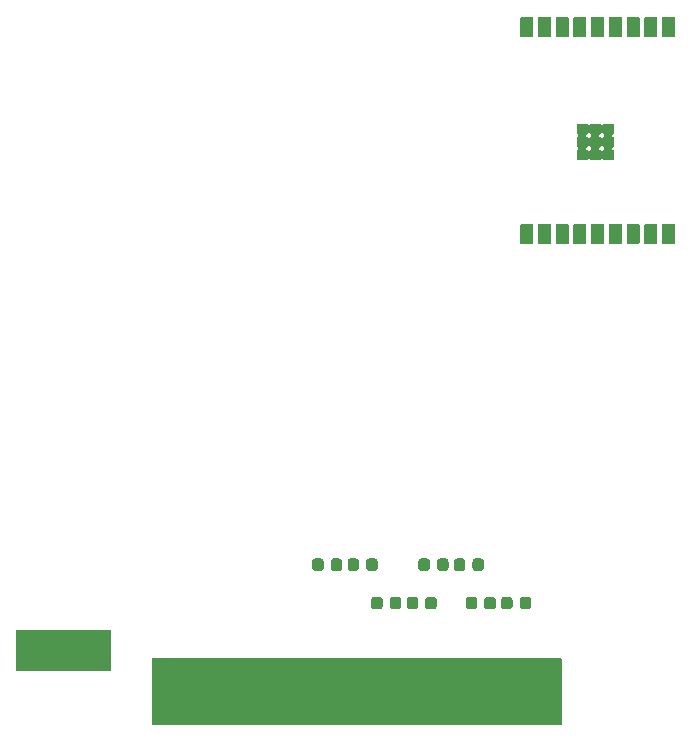
<source format=gbr>
G04 #@! TF.GenerationSoftware,KiCad,Pcbnew,8.0.4*
G04 #@! TF.CreationDate,2024-08-17T23:21:43-04:00*
G04 #@! TF.ProjectId,PCIexpress_x4_low,50434965-7870-4726-9573-735f78345f6c,rev?*
G04 #@! TF.SameCoordinates,Original*
G04 #@! TF.FileFunction,Soldermask,Top*
G04 #@! TF.FilePolarity,Negative*
%FSLAX46Y46*%
G04 Gerber Fmt 4.6, Leading zero omitted, Abs format (unit mm)*
G04 Created by KiCad (PCBNEW 8.0.4) date 2024-08-17 23:21:43*
%MOMM*%
%LPD*%
G01*
G04 APERTURE LIST*
G04 APERTURE END LIST*
G36*
X143899854Y-188528075D02*
G01*
X143916572Y-188531629D01*
X143921249Y-188535027D01*
X143936717Y-188540053D01*
X143946276Y-188553210D01*
X143950956Y-188556610D01*
X143959504Y-188571416D01*
X143974861Y-188592553D01*
X143980000Y-188625000D01*
X143980000Y-194125000D01*
X143971922Y-194149860D01*
X143968370Y-194166572D01*
X143964973Y-194171246D01*
X143959947Y-194186717D01*
X143946787Y-194196277D01*
X143943389Y-194200956D01*
X143928586Y-194209501D01*
X143907447Y-194224861D01*
X143875000Y-194230000D01*
X143865163Y-194230000D01*
X109388139Y-194230000D01*
X109375000Y-194230000D01*
X109350141Y-194221922D01*
X109333427Y-194218370D01*
X109328751Y-194214972D01*
X109313283Y-194209947D01*
X109303723Y-194196789D01*
X109299043Y-194193389D01*
X109290493Y-194178580D01*
X109275139Y-194157447D01*
X109270000Y-194125000D01*
X109270000Y-188625000D01*
X109278075Y-188600147D01*
X109281629Y-188583427D01*
X109285027Y-188578748D01*
X109290053Y-188563283D01*
X109303208Y-188553724D01*
X109306610Y-188549043D01*
X109321423Y-188540490D01*
X109342553Y-188525139D01*
X109375000Y-188520000D01*
X143875000Y-188520000D01*
X143899854Y-188528075D01*
G37*
G36*
X105824056Y-186125000D02*
G01*
X105825000Y-186125000D01*
X105825000Y-186125406D01*
X105827890Y-186128742D01*
X105830000Y-186138437D01*
X105830000Y-189607026D01*
X105825000Y-189624053D01*
X105825000Y-189625000D01*
X105824593Y-189625000D01*
X105821257Y-189627890D01*
X105811562Y-189630000D01*
X97842973Y-189630000D01*
X97825946Y-189625000D01*
X97825000Y-189625000D01*
X97825000Y-189624594D01*
X97822109Y-189621257D01*
X97820000Y-189611562D01*
X97820000Y-186142973D01*
X97825000Y-186125942D01*
X97825000Y-186125000D01*
X97825405Y-186125000D01*
X97828742Y-186122109D01*
X97838438Y-186120000D01*
X105807027Y-186120000D01*
X105824056Y-186125000D01*
G37*
G36*
X128594694Y-183356646D02*
G01*
X128639126Y-183363684D01*
X128644923Y-183366637D01*
X128659479Y-183369533D01*
X128687973Y-183388572D01*
X128713887Y-183401776D01*
X128726278Y-183414167D01*
X128746992Y-183428008D01*
X128760832Y-183448721D01*
X128773223Y-183461112D01*
X128786425Y-183487023D01*
X128805467Y-183515521D01*
X128808362Y-183530078D01*
X128811315Y-183535873D01*
X128818349Y-183580284D01*
X128826000Y-183618750D01*
X128826000Y-184131250D01*
X128818348Y-184169718D01*
X128811315Y-184214126D01*
X128808362Y-184219919D01*
X128805467Y-184234479D01*
X128786423Y-184262979D01*
X128773223Y-184288887D01*
X128760834Y-184301275D01*
X128746992Y-184321992D01*
X128726275Y-184335834D01*
X128713887Y-184348223D01*
X128687979Y-184361423D01*
X128659479Y-184380467D01*
X128644919Y-184383362D01*
X128639126Y-184386315D01*
X128594718Y-184393348D01*
X128556250Y-184401000D01*
X128118750Y-184401000D01*
X128080284Y-184393349D01*
X128035873Y-184386315D01*
X128030078Y-184383362D01*
X128015521Y-184380467D01*
X127987023Y-184361425D01*
X127961112Y-184348223D01*
X127948721Y-184335832D01*
X127928008Y-184321992D01*
X127914167Y-184301278D01*
X127901776Y-184288887D01*
X127888572Y-184262973D01*
X127869533Y-184234479D01*
X127866637Y-184219923D01*
X127863684Y-184214126D01*
X127856646Y-184169694D01*
X127849000Y-184131250D01*
X127849000Y-183618750D01*
X127856646Y-183580309D01*
X127863684Y-183535873D01*
X127866638Y-183530075D01*
X127869533Y-183515521D01*
X127888570Y-183487029D01*
X127901776Y-183461112D01*
X127914169Y-183448718D01*
X127928008Y-183428008D01*
X127948718Y-183414169D01*
X127961112Y-183401776D01*
X127987029Y-183388570D01*
X128015521Y-183369533D01*
X128030075Y-183366638D01*
X128035873Y-183363684D01*
X128080309Y-183356646D01*
X128118750Y-183349000D01*
X128556250Y-183349000D01*
X128594694Y-183356646D01*
G37*
G36*
X130169694Y-183356646D02*
G01*
X130214126Y-183363684D01*
X130219923Y-183366637D01*
X130234479Y-183369533D01*
X130262973Y-183388572D01*
X130288887Y-183401776D01*
X130301278Y-183414167D01*
X130321992Y-183428008D01*
X130335832Y-183448721D01*
X130348223Y-183461112D01*
X130361425Y-183487023D01*
X130380467Y-183515521D01*
X130383362Y-183530078D01*
X130386315Y-183535873D01*
X130393349Y-183580284D01*
X130401000Y-183618750D01*
X130401000Y-184131250D01*
X130393348Y-184169718D01*
X130386315Y-184214126D01*
X130383362Y-184219919D01*
X130380467Y-184234479D01*
X130361423Y-184262979D01*
X130348223Y-184288887D01*
X130335834Y-184301275D01*
X130321992Y-184321992D01*
X130301275Y-184335834D01*
X130288887Y-184348223D01*
X130262979Y-184361423D01*
X130234479Y-184380467D01*
X130219919Y-184383362D01*
X130214126Y-184386315D01*
X130169718Y-184393348D01*
X130131250Y-184401000D01*
X129693750Y-184401000D01*
X129655284Y-184393349D01*
X129610873Y-184386315D01*
X129605078Y-184383362D01*
X129590521Y-184380467D01*
X129562023Y-184361425D01*
X129536112Y-184348223D01*
X129523721Y-184335832D01*
X129503008Y-184321992D01*
X129489167Y-184301278D01*
X129476776Y-184288887D01*
X129463572Y-184262973D01*
X129444533Y-184234479D01*
X129441637Y-184219923D01*
X129438684Y-184214126D01*
X129431646Y-184169694D01*
X129424000Y-184131250D01*
X129424000Y-183618750D01*
X129431646Y-183580309D01*
X129438684Y-183535873D01*
X129441638Y-183530075D01*
X129444533Y-183515521D01*
X129463570Y-183487029D01*
X129476776Y-183461112D01*
X129489169Y-183448718D01*
X129503008Y-183428008D01*
X129523718Y-183414169D01*
X129536112Y-183401776D01*
X129562029Y-183388570D01*
X129590521Y-183369533D01*
X129605075Y-183366638D01*
X129610873Y-183363684D01*
X129655309Y-183356646D01*
X129693750Y-183349000D01*
X130131250Y-183349000D01*
X130169694Y-183356646D01*
G37*
G36*
X131594694Y-183356646D02*
G01*
X131639126Y-183363684D01*
X131644923Y-183366637D01*
X131659479Y-183369533D01*
X131687973Y-183388572D01*
X131713887Y-183401776D01*
X131726278Y-183414167D01*
X131746992Y-183428008D01*
X131760832Y-183448721D01*
X131773223Y-183461112D01*
X131786425Y-183487023D01*
X131805467Y-183515521D01*
X131808362Y-183530078D01*
X131811315Y-183535873D01*
X131818349Y-183580284D01*
X131826000Y-183618750D01*
X131826000Y-184131250D01*
X131818348Y-184169718D01*
X131811315Y-184214126D01*
X131808362Y-184219919D01*
X131805467Y-184234479D01*
X131786423Y-184262979D01*
X131773223Y-184288887D01*
X131760834Y-184301275D01*
X131746992Y-184321992D01*
X131726275Y-184335834D01*
X131713887Y-184348223D01*
X131687979Y-184361423D01*
X131659479Y-184380467D01*
X131644919Y-184383362D01*
X131639126Y-184386315D01*
X131594718Y-184393348D01*
X131556250Y-184401000D01*
X131118750Y-184401000D01*
X131080284Y-184393349D01*
X131035873Y-184386315D01*
X131030078Y-184383362D01*
X131015521Y-184380467D01*
X130987023Y-184361425D01*
X130961112Y-184348223D01*
X130948721Y-184335832D01*
X130928008Y-184321992D01*
X130914167Y-184301278D01*
X130901776Y-184288887D01*
X130888572Y-184262973D01*
X130869533Y-184234479D01*
X130866637Y-184219923D01*
X130863684Y-184214126D01*
X130856646Y-184169694D01*
X130849000Y-184131250D01*
X130849000Y-183618750D01*
X130856646Y-183580309D01*
X130863684Y-183535873D01*
X130866638Y-183530075D01*
X130869533Y-183515521D01*
X130888570Y-183487029D01*
X130901776Y-183461112D01*
X130914169Y-183448718D01*
X130928008Y-183428008D01*
X130948718Y-183414169D01*
X130961112Y-183401776D01*
X130987029Y-183388570D01*
X131015521Y-183369533D01*
X131030075Y-183366638D01*
X131035873Y-183363684D01*
X131080309Y-183356646D01*
X131118750Y-183349000D01*
X131556250Y-183349000D01*
X131594694Y-183356646D01*
G37*
G36*
X133169694Y-183356646D02*
G01*
X133214126Y-183363684D01*
X133219923Y-183366637D01*
X133234479Y-183369533D01*
X133262973Y-183388572D01*
X133288887Y-183401776D01*
X133301278Y-183414167D01*
X133321992Y-183428008D01*
X133335832Y-183448721D01*
X133348223Y-183461112D01*
X133361425Y-183487023D01*
X133380467Y-183515521D01*
X133383362Y-183530078D01*
X133386315Y-183535873D01*
X133393349Y-183580284D01*
X133401000Y-183618750D01*
X133401000Y-184131250D01*
X133393348Y-184169718D01*
X133386315Y-184214126D01*
X133383362Y-184219919D01*
X133380467Y-184234479D01*
X133361423Y-184262979D01*
X133348223Y-184288887D01*
X133335834Y-184301275D01*
X133321992Y-184321992D01*
X133301275Y-184335834D01*
X133288887Y-184348223D01*
X133262979Y-184361423D01*
X133234479Y-184380467D01*
X133219919Y-184383362D01*
X133214126Y-184386315D01*
X133169718Y-184393348D01*
X133131250Y-184401000D01*
X132693750Y-184401000D01*
X132655284Y-184393349D01*
X132610873Y-184386315D01*
X132605078Y-184383362D01*
X132590521Y-184380467D01*
X132562023Y-184361425D01*
X132536112Y-184348223D01*
X132523721Y-184335832D01*
X132503008Y-184321992D01*
X132489167Y-184301278D01*
X132476776Y-184288887D01*
X132463572Y-184262973D01*
X132444533Y-184234479D01*
X132441637Y-184219923D01*
X132438684Y-184214126D01*
X132431646Y-184169694D01*
X132424000Y-184131250D01*
X132424000Y-183618750D01*
X132431646Y-183580309D01*
X132438684Y-183535873D01*
X132441638Y-183530075D01*
X132444533Y-183515521D01*
X132463570Y-183487029D01*
X132476776Y-183461112D01*
X132489169Y-183448718D01*
X132503008Y-183428008D01*
X132523718Y-183414169D01*
X132536112Y-183401776D01*
X132562029Y-183388570D01*
X132590521Y-183369533D01*
X132605075Y-183366638D01*
X132610873Y-183363684D01*
X132655309Y-183356646D01*
X132693750Y-183349000D01*
X133131250Y-183349000D01*
X133169694Y-183356646D01*
G37*
G36*
X136594694Y-183356646D02*
G01*
X136639126Y-183363684D01*
X136644923Y-183366637D01*
X136659479Y-183369533D01*
X136687973Y-183388572D01*
X136713887Y-183401776D01*
X136726278Y-183414167D01*
X136746992Y-183428008D01*
X136760832Y-183448721D01*
X136773223Y-183461112D01*
X136786425Y-183487023D01*
X136805467Y-183515521D01*
X136808362Y-183530078D01*
X136811315Y-183535873D01*
X136818349Y-183580284D01*
X136826000Y-183618750D01*
X136826000Y-184131250D01*
X136818348Y-184169718D01*
X136811315Y-184214126D01*
X136808362Y-184219919D01*
X136805467Y-184234479D01*
X136786423Y-184262979D01*
X136773223Y-184288887D01*
X136760834Y-184301275D01*
X136746992Y-184321992D01*
X136726275Y-184335834D01*
X136713887Y-184348223D01*
X136687979Y-184361423D01*
X136659479Y-184380467D01*
X136644919Y-184383362D01*
X136639126Y-184386315D01*
X136594718Y-184393348D01*
X136556250Y-184401000D01*
X136118750Y-184401000D01*
X136080284Y-184393349D01*
X136035873Y-184386315D01*
X136030078Y-184383362D01*
X136015521Y-184380467D01*
X135987023Y-184361425D01*
X135961112Y-184348223D01*
X135948721Y-184335832D01*
X135928008Y-184321992D01*
X135914167Y-184301278D01*
X135901776Y-184288887D01*
X135888572Y-184262973D01*
X135869533Y-184234479D01*
X135866637Y-184219923D01*
X135863684Y-184214126D01*
X135856646Y-184169694D01*
X135849000Y-184131250D01*
X135849000Y-183618750D01*
X135856646Y-183580309D01*
X135863684Y-183535873D01*
X135866638Y-183530075D01*
X135869533Y-183515521D01*
X135888570Y-183487029D01*
X135901776Y-183461112D01*
X135914169Y-183448718D01*
X135928008Y-183428008D01*
X135948718Y-183414169D01*
X135961112Y-183401776D01*
X135987029Y-183388570D01*
X136015521Y-183369533D01*
X136030075Y-183366638D01*
X136035873Y-183363684D01*
X136080309Y-183356646D01*
X136118750Y-183349000D01*
X136556250Y-183349000D01*
X136594694Y-183356646D01*
G37*
G36*
X138169694Y-183356646D02*
G01*
X138214126Y-183363684D01*
X138219923Y-183366637D01*
X138234479Y-183369533D01*
X138262973Y-183388572D01*
X138288887Y-183401776D01*
X138301278Y-183414167D01*
X138321992Y-183428008D01*
X138335832Y-183448721D01*
X138348223Y-183461112D01*
X138361425Y-183487023D01*
X138380467Y-183515521D01*
X138383362Y-183530078D01*
X138386315Y-183535873D01*
X138393349Y-183580284D01*
X138401000Y-183618750D01*
X138401000Y-184131250D01*
X138393348Y-184169718D01*
X138386315Y-184214126D01*
X138383362Y-184219919D01*
X138380467Y-184234479D01*
X138361423Y-184262979D01*
X138348223Y-184288887D01*
X138335834Y-184301275D01*
X138321992Y-184321992D01*
X138301275Y-184335834D01*
X138288887Y-184348223D01*
X138262979Y-184361423D01*
X138234479Y-184380467D01*
X138219919Y-184383362D01*
X138214126Y-184386315D01*
X138169718Y-184393348D01*
X138131250Y-184401000D01*
X137693750Y-184401000D01*
X137655284Y-184393349D01*
X137610873Y-184386315D01*
X137605078Y-184383362D01*
X137590521Y-184380467D01*
X137562023Y-184361425D01*
X137536112Y-184348223D01*
X137523721Y-184335832D01*
X137503008Y-184321992D01*
X137489167Y-184301278D01*
X137476776Y-184288887D01*
X137463572Y-184262973D01*
X137444533Y-184234479D01*
X137441637Y-184219923D01*
X137438684Y-184214126D01*
X137431646Y-184169694D01*
X137424000Y-184131250D01*
X137424000Y-183618750D01*
X137431646Y-183580309D01*
X137438684Y-183535873D01*
X137441638Y-183530075D01*
X137444533Y-183515521D01*
X137463570Y-183487029D01*
X137476776Y-183461112D01*
X137489169Y-183448718D01*
X137503008Y-183428008D01*
X137523718Y-183414169D01*
X137536112Y-183401776D01*
X137562029Y-183388570D01*
X137590521Y-183369533D01*
X137605075Y-183366638D01*
X137610873Y-183363684D01*
X137655309Y-183356646D01*
X137693750Y-183349000D01*
X138131250Y-183349000D01*
X138169694Y-183356646D01*
G37*
G36*
X139594694Y-183356646D02*
G01*
X139639126Y-183363684D01*
X139644923Y-183366637D01*
X139659479Y-183369533D01*
X139687973Y-183388572D01*
X139713887Y-183401776D01*
X139726278Y-183414167D01*
X139746992Y-183428008D01*
X139760832Y-183448721D01*
X139773223Y-183461112D01*
X139786425Y-183487023D01*
X139805467Y-183515521D01*
X139808362Y-183530078D01*
X139811315Y-183535873D01*
X139818349Y-183580284D01*
X139826000Y-183618750D01*
X139826000Y-184131250D01*
X139818348Y-184169718D01*
X139811315Y-184214126D01*
X139808362Y-184219919D01*
X139805467Y-184234479D01*
X139786423Y-184262979D01*
X139773223Y-184288887D01*
X139760834Y-184301275D01*
X139746992Y-184321992D01*
X139726275Y-184335834D01*
X139713887Y-184348223D01*
X139687979Y-184361423D01*
X139659479Y-184380467D01*
X139644919Y-184383362D01*
X139639126Y-184386315D01*
X139594718Y-184393348D01*
X139556250Y-184401000D01*
X139118750Y-184401000D01*
X139080284Y-184393349D01*
X139035873Y-184386315D01*
X139030078Y-184383362D01*
X139015521Y-184380467D01*
X138987023Y-184361425D01*
X138961112Y-184348223D01*
X138948721Y-184335832D01*
X138928008Y-184321992D01*
X138914167Y-184301278D01*
X138901776Y-184288887D01*
X138888572Y-184262973D01*
X138869533Y-184234479D01*
X138866637Y-184219923D01*
X138863684Y-184214126D01*
X138856646Y-184169694D01*
X138849000Y-184131250D01*
X138849000Y-183618750D01*
X138856646Y-183580309D01*
X138863684Y-183535873D01*
X138866638Y-183530075D01*
X138869533Y-183515521D01*
X138888570Y-183487029D01*
X138901776Y-183461112D01*
X138914169Y-183448718D01*
X138928008Y-183428008D01*
X138948718Y-183414169D01*
X138961112Y-183401776D01*
X138987029Y-183388570D01*
X139015521Y-183369533D01*
X139030075Y-183366638D01*
X139035873Y-183363684D01*
X139080309Y-183356646D01*
X139118750Y-183349000D01*
X139556250Y-183349000D01*
X139594694Y-183356646D01*
G37*
G36*
X141169694Y-183356646D02*
G01*
X141214126Y-183363684D01*
X141219923Y-183366637D01*
X141234479Y-183369533D01*
X141262973Y-183388572D01*
X141288887Y-183401776D01*
X141301278Y-183414167D01*
X141321992Y-183428008D01*
X141335832Y-183448721D01*
X141348223Y-183461112D01*
X141361425Y-183487023D01*
X141380467Y-183515521D01*
X141383362Y-183530078D01*
X141386315Y-183535873D01*
X141393349Y-183580284D01*
X141401000Y-183618750D01*
X141401000Y-184131250D01*
X141393348Y-184169718D01*
X141386315Y-184214126D01*
X141383362Y-184219919D01*
X141380467Y-184234479D01*
X141361423Y-184262979D01*
X141348223Y-184288887D01*
X141335834Y-184301275D01*
X141321992Y-184321992D01*
X141301275Y-184335834D01*
X141288887Y-184348223D01*
X141262979Y-184361423D01*
X141234479Y-184380467D01*
X141219919Y-184383362D01*
X141214126Y-184386315D01*
X141169718Y-184393348D01*
X141131250Y-184401000D01*
X140693750Y-184401000D01*
X140655284Y-184393349D01*
X140610873Y-184386315D01*
X140605078Y-184383362D01*
X140590521Y-184380467D01*
X140562023Y-184361425D01*
X140536112Y-184348223D01*
X140523721Y-184335832D01*
X140503008Y-184321992D01*
X140489167Y-184301278D01*
X140476776Y-184288887D01*
X140463572Y-184262973D01*
X140444533Y-184234479D01*
X140441637Y-184219923D01*
X140438684Y-184214126D01*
X140431646Y-184169694D01*
X140424000Y-184131250D01*
X140424000Y-183618750D01*
X140431646Y-183580309D01*
X140438684Y-183535873D01*
X140441638Y-183530075D01*
X140444533Y-183515521D01*
X140463570Y-183487029D01*
X140476776Y-183461112D01*
X140489169Y-183448718D01*
X140503008Y-183428008D01*
X140523718Y-183414169D01*
X140536112Y-183401776D01*
X140562029Y-183388570D01*
X140590521Y-183369533D01*
X140605075Y-183366638D01*
X140610873Y-183363684D01*
X140655309Y-183356646D01*
X140693750Y-183349000D01*
X141131250Y-183349000D01*
X141169694Y-183356646D01*
G37*
G36*
X123594694Y-180106646D02*
G01*
X123639126Y-180113684D01*
X123644923Y-180116637D01*
X123659479Y-180119533D01*
X123687973Y-180138572D01*
X123713887Y-180151776D01*
X123726278Y-180164167D01*
X123746992Y-180178008D01*
X123760832Y-180198721D01*
X123773223Y-180211112D01*
X123786425Y-180237023D01*
X123805467Y-180265521D01*
X123808362Y-180280078D01*
X123811315Y-180285873D01*
X123818349Y-180330284D01*
X123826000Y-180368750D01*
X123826000Y-180881250D01*
X123818348Y-180919718D01*
X123811315Y-180964126D01*
X123808362Y-180969919D01*
X123805467Y-180984479D01*
X123786423Y-181012979D01*
X123773223Y-181038887D01*
X123760834Y-181051275D01*
X123746992Y-181071992D01*
X123726275Y-181085834D01*
X123713887Y-181098223D01*
X123687979Y-181111423D01*
X123659479Y-181130467D01*
X123644919Y-181133362D01*
X123639126Y-181136315D01*
X123594718Y-181143348D01*
X123556250Y-181151000D01*
X123118750Y-181151000D01*
X123080284Y-181143349D01*
X123035873Y-181136315D01*
X123030078Y-181133362D01*
X123015521Y-181130467D01*
X122987023Y-181111425D01*
X122961112Y-181098223D01*
X122948721Y-181085832D01*
X122928008Y-181071992D01*
X122914167Y-181051278D01*
X122901776Y-181038887D01*
X122888572Y-181012973D01*
X122869533Y-180984479D01*
X122866637Y-180969923D01*
X122863684Y-180964126D01*
X122856646Y-180919694D01*
X122849000Y-180881250D01*
X122849000Y-180368750D01*
X122856646Y-180330309D01*
X122863684Y-180285873D01*
X122866638Y-180280075D01*
X122869533Y-180265521D01*
X122888570Y-180237029D01*
X122901776Y-180211112D01*
X122914169Y-180198718D01*
X122928008Y-180178008D01*
X122948718Y-180164169D01*
X122961112Y-180151776D01*
X122987029Y-180138570D01*
X123015521Y-180119533D01*
X123030075Y-180116638D01*
X123035873Y-180113684D01*
X123080309Y-180106646D01*
X123118750Y-180099000D01*
X123556250Y-180099000D01*
X123594694Y-180106646D01*
G37*
G36*
X125169694Y-180106646D02*
G01*
X125214126Y-180113684D01*
X125219923Y-180116637D01*
X125234479Y-180119533D01*
X125262973Y-180138572D01*
X125288887Y-180151776D01*
X125301278Y-180164167D01*
X125321992Y-180178008D01*
X125335832Y-180198721D01*
X125348223Y-180211112D01*
X125361425Y-180237023D01*
X125380467Y-180265521D01*
X125383362Y-180280078D01*
X125386315Y-180285873D01*
X125393349Y-180330284D01*
X125401000Y-180368750D01*
X125401000Y-180881250D01*
X125393348Y-180919718D01*
X125386315Y-180964126D01*
X125383362Y-180969919D01*
X125380467Y-180984479D01*
X125361423Y-181012979D01*
X125348223Y-181038887D01*
X125335834Y-181051275D01*
X125321992Y-181071992D01*
X125301275Y-181085834D01*
X125288887Y-181098223D01*
X125262979Y-181111423D01*
X125234479Y-181130467D01*
X125219919Y-181133362D01*
X125214126Y-181136315D01*
X125169718Y-181143348D01*
X125131250Y-181151000D01*
X124693750Y-181151000D01*
X124655284Y-181143349D01*
X124610873Y-181136315D01*
X124605078Y-181133362D01*
X124590521Y-181130467D01*
X124562023Y-181111425D01*
X124536112Y-181098223D01*
X124523721Y-181085832D01*
X124503008Y-181071992D01*
X124489167Y-181051278D01*
X124476776Y-181038887D01*
X124463572Y-181012973D01*
X124444533Y-180984479D01*
X124441637Y-180969923D01*
X124438684Y-180964126D01*
X124431646Y-180919694D01*
X124424000Y-180881250D01*
X124424000Y-180368750D01*
X124431646Y-180330309D01*
X124438684Y-180285873D01*
X124441638Y-180280075D01*
X124444533Y-180265521D01*
X124463570Y-180237029D01*
X124476776Y-180211112D01*
X124489169Y-180198718D01*
X124503008Y-180178008D01*
X124523718Y-180164169D01*
X124536112Y-180151776D01*
X124562029Y-180138570D01*
X124590521Y-180119533D01*
X124605075Y-180116638D01*
X124610873Y-180113684D01*
X124655309Y-180106646D01*
X124693750Y-180099000D01*
X125131250Y-180099000D01*
X125169694Y-180106646D01*
G37*
G36*
X126594694Y-180106646D02*
G01*
X126639126Y-180113684D01*
X126644923Y-180116637D01*
X126659479Y-180119533D01*
X126687973Y-180138572D01*
X126713887Y-180151776D01*
X126726278Y-180164167D01*
X126746992Y-180178008D01*
X126760832Y-180198721D01*
X126773223Y-180211112D01*
X126786425Y-180237023D01*
X126805467Y-180265521D01*
X126808362Y-180280078D01*
X126811315Y-180285873D01*
X126818349Y-180330284D01*
X126826000Y-180368750D01*
X126826000Y-180881250D01*
X126818348Y-180919718D01*
X126811315Y-180964126D01*
X126808362Y-180969919D01*
X126805467Y-180984479D01*
X126786423Y-181012979D01*
X126773223Y-181038887D01*
X126760834Y-181051275D01*
X126746992Y-181071992D01*
X126726275Y-181085834D01*
X126713887Y-181098223D01*
X126687979Y-181111423D01*
X126659479Y-181130467D01*
X126644919Y-181133362D01*
X126639126Y-181136315D01*
X126594718Y-181143348D01*
X126556250Y-181151000D01*
X126118750Y-181151000D01*
X126080284Y-181143349D01*
X126035873Y-181136315D01*
X126030078Y-181133362D01*
X126015521Y-181130467D01*
X125987023Y-181111425D01*
X125961112Y-181098223D01*
X125948721Y-181085832D01*
X125928008Y-181071992D01*
X125914167Y-181051278D01*
X125901776Y-181038887D01*
X125888572Y-181012973D01*
X125869533Y-180984479D01*
X125866637Y-180969923D01*
X125863684Y-180964126D01*
X125856646Y-180919694D01*
X125849000Y-180881250D01*
X125849000Y-180368750D01*
X125856646Y-180330309D01*
X125863684Y-180285873D01*
X125866638Y-180280075D01*
X125869533Y-180265521D01*
X125888570Y-180237029D01*
X125901776Y-180211112D01*
X125914169Y-180198718D01*
X125928008Y-180178008D01*
X125948718Y-180164169D01*
X125961112Y-180151776D01*
X125987029Y-180138570D01*
X126015521Y-180119533D01*
X126030075Y-180116638D01*
X126035873Y-180113684D01*
X126080309Y-180106646D01*
X126118750Y-180099000D01*
X126556250Y-180099000D01*
X126594694Y-180106646D01*
G37*
G36*
X128169694Y-180106646D02*
G01*
X128214126Y-180113684D01*
X128219923Y-180116637D01*
X128234479Y-180119533D01*
X128262973Y-180138572D01*
X128288887Y-180151776D01*
X128301278Y-180164167D01*
X128321992Y-180178008D01*
X128335832Y-180198721D01*
X128348223Y-180211112D01*
X128361425Y-180237023D01*
X128380467Y-180265521D01*
X128383362Y-180280078D01*
X128386315Y-180285873D01*
X128393349Y-180330284D01*
X128401000Y-180368750D01*
X128401000Y-180881250D01*
X128393348Y-180919718D01*
X128386315Y-180964126D01*
X128383362Y-180969919D01*
X128380467Y-180984479D01*
X128361423Y-181012979D01*
X128348223Y-181038887D01*
X128335834Y-181051275D01*
X128321992Y-181071992D01*
X128301275Y-181085834D01*
X128288887Y-181098223D01*
X128262979Y-181111423D01*
X128234479Y-181130467D01*
X128219919Y-181133362D01*
X128214126Y-181136315D01*
X128169718Y-181143348D01*
X128131250Y-181151000D01*
X127693750Y-181151000D01*
X127655284Y-181143349D01*
X127610873Y-181136315D01*
X127605078Y-181133362D01*
X127590521Y-181130467D01*
X127562023Y-181111425D01*
X127536112Y-181098223D01*
X127523721Y-181085832D01*
X127503008Y-181071992D01*
X127489167Y-181051278D01*
X127476776Y-181038887D01*
X127463572Y-181012973D01*
X127444533Y-180984479D01*
X127441637Y-180969923D01*
X127438684Y-180964126D01*
X127431646Y-180919694D01*
X127424000Y-180881250D01*
X127424000Y-180368750D01*
X127431646Y-180330309D01*
X127438684Y-180285873D01*
X127441638Y-180280075D01*
X127444533Y-180265521D01*
X127463570Y-180237029D01*
X127476776Y-180211112D01*
X127489169Y-180198718D01*
X127503008Y-180178008D01*
X127523718Y-180164169D01*
X127536112Y-180151776D01*
X127562029Y-180138570D01*
X127590521Y-180119533D01*
X127605075Y-180116638D01*
X127610873Y-180113684D01*
X127655309Y-180106646D01*
X127693750Y-180099000D01*
X128131250Y-180099000D01*
X128169694Y-180106646D01*
G37*
G36*
X132594694Y-180106646D02*
G01*
X132639126Y-180113684D01*
X132644923Y-180116637D01*
X132659479Y-180119533D01*
X132687973Y-180138572D01*
X132713887Y-180151776D01*
X132726278Y-180164167D01*
X132746992Y-180178008D01*
X132760832Y-180198721D01*
X132773223Y-180211112D01*
X132786425Y-180237023D01*
X132805467Y-180265521D01*
X132808362Y-180280078D01*
X132811315Y-180285873D01*
X132818349Y-180330284D01*
X132826000Y-180368750D01*
X132826000Y-180881250D01*
X132818348Y-180919718D01*
X132811315Y-180964126D01*
X132808362Y-180969919D01*
X132805467Y-180984479D01*
X132786423Y-181012979D01*
X132773223Y-181038887D01*
X132760834Y-181051275D01*
X132746992Y-181071992D01*
X132726275Y-181085834D01*
X132713887Y-181098223D01*
X132687979Y-181111423D01*
X132659479Y-181130467D01*
X132644919Y-181133362D01*
X132639126Y-181136315D01*
X132594718Y-181143348D01*
X132556250Y-181151000D01*
X132118750Y-181151000D01*
X132080284Y-181143349D01*
X132035873Y-181136315D01*
X132030078Y-181133362D01*
X132015521Y-181130467D01*
X131987023Y-181111425D01*
X131961112Y-181098223D01*
X131948721Y-181085832D01*
X131928008Y-181071992D01*
X131914167Y-181051278D01*
X131901776Y-181038887D01*
X131888572Y-181012973D01*
X131869533Y-180984479D01*
X131866637Y-180969923D01*
X131863684Y-180964126D01*
X131856646Y-180919694D01*
X131849000Y-180881250D01*
X131849000Y-180368750D01*
X131856646Y-180330309D01*
X131863684Y-180285873D01*
X131866638Y-180280075D01*
X131869533Y-180265521D01*
X131888570Y-180237029D01*
X131901776Y-180211112D01*
X131914169Y-180198718D01*
X131928008Y-180178008D01*
X131948718Y-180164169D01*
X131961112Y-180151776D01*
X131987029Y-180138570D01*
X132015521Y-180119533D01*
X132030075Y-180116638D01*
X132035873Y-180113684D01*
X132080309Y-180106646D01*
X132118750Y-180099000D01*
X132556250Y-180099000D01*
X132594694Y-180106646D01*
G37*
G36*
X134169694Y-180106646D02*
G01*
X134214126Y-180113684D01*
X134219923Y-180116637D01*
X134234479Y-180119533D01*
X134262973Y-180138572D01*
X134288887Y-180151776D01*
X134301278Y-180164167D01*
X134321992Y-180178008D01*
X134335832Y-180198721D01*
X134348223Y-180211112D01*
X134361425Y-180237023D01*
X134380467Y-180265521D01*
X134383362Y-180280078D01*
X134386315Y-180285873D01*
X134393349Y-180330284D01*
X134401000Y-180368750D01*
X134401000Y-180881250D01*
X134393348Y-180919718D01*
X134386315Y-180964126D01*
X134383362Y-180969919D01*
X134380467Y-180984479D01*
X134361423Y-181012979D01*
X134348223Y-181038887D01*
X134335834Y-181051275D01*
X134321992Y-181071992D01*
X134301275Y-181085834D01*
X134288887Y-181098223D01*
X134262979Y-181111423D01*
X134234479Y-181130467D01*
X134219919Y-181133362D01*
X134214126Y-181136315D01*
X134169718Y-181143348D01*
X134131250Y-181151000D01*
X133693750Y-181151000D01*
X133655284Y-181143349D01*
X133610873Y-181136315D01*
X133605078Y-181133362D01*
X133590521Y-181130467D01*
X133562023Y-181111425D01*
X133536112Y-181098223D01*
X133523721Y-181085832D01*
X133503008Y-181071992D01*
X133489167Y-181051278D01*
X133476776Y-181038887D01*
X133463572Y-181012973D01*
X133444533Y-180984479D01*
X133441637Y-180969923D01*
X133438684Y-180964126D01*
X133431646Y-180919694D01*
X133424000Y-180881250D01*
X133424000Y-180368750D01*
X133431646Y-180330309D01*
X133438684Y-180285873D01*
X133441638Y-180280075D01*
X133444533Y-180265521D01*
X133463570Y-180237029D01*
X133476776Y-180211112D01*
X133489169Y-180198718D01*
X133503008Y-180178008D01*
X133523718Y-180164169D01*
X133536112Y-180151776D01*
X133562029Y-180138570D01*
X133590521Y-180119533D01*
X133605075Y-180116638D01*
X133610873Y-180113684D01*
X133655309Y-180106646D01*
X133693750Y-180099000D01*
X134131250Y-180099000D01*
X134169694Y-180106646D01*
G37*
G36*
X135594694Y-180106646D02*
G01*
X135639126Y-180113684D01*
X135644923Y-180116637D01*
X135659479Y-180119533D01*
X135687973Y-180138572D01*
X135713887Y-180151776D01*
X135726278Y-180164167D01*
X135746992Y-180178008D01*
X135760832Y-180198721D01*
X135773223Y-180211112D01*
X135786425Y-180237023D01*
X135805467Y-180265521D01*
X135808362Y-180280078D01*
X135811315Y-180285873D01*
X135818349Y-180330284D01*
X135826000Y-180368750D01*
X135826000Y-180881250D01*
X135818348Y-180919718D01*
X135811315Y-180964126D01*
X135808362Y-180969919D01*
X135805467Y-180984479D01*
X135786423Y-181012979D01*
X135773223Y-181038887D01*
X135760834Y-181051275D01*
X135746992Y-181071992D01*
X135726275Y-181085834D01*
X135713887Y-181098223D01*
X135687979Y-181111423D01*
X135659479Y-181130467D01*
X135644919Y-181133362D01*
X135639126Y-181136315D01*
X135594718Y-181143348D01*
X135556250Y-181151000D01*
X135118750Y-181151000D01*
X135080284Y-181143349D01*
X135035873Y-181136315D01*
X135030078Y-181133362D01*
X135015521Y-181130467D01*
X134987023Y-181111425D01*
X134961112Y-181098223D01*
X134948721Y-181085832D01*
X134928008Y-181071992D01*
X134914167Y-181051278D01*
X134901776Y-181038887D01*
X134888572Y-181012973D01*
X134869533Y-180984479D01*
X134866637Y-180969923D01*
X134863684Y-180964126D01*
X134856646Y-180919694D01*
X134849000Y-180881250D01*
X134849000Y-180368750D01*
X134856646Y-180330309D01*
X134863684Y-180285873D01*
X134866638Y-180280075D01*
X134869533Y-180265521D01*
X134888570Y-180237029D01*
X134901776Y-180211112D01*
X134914169Y-180198718D01*
X134928008Y-180178008D01*
X134948718Y-180164169D01*
X134961112Y-180151776D01*
X134987029Y-180138570D01*
X135015521Y-180119533D01*
X135030075Y-180116638D01*
X135035873Y-180113684D01*
X135080309Y-180106646D01*
X135118750Y-180099000D01*
X135556250Y-180099000D01*
X135594694Y-180106646D01*
G37*
G36*
X137169694Y-180106646D02*
G01*
X137214126Y-180113684D01*
X137219923Y-180116637D01*
X137234479Y-180119533D01*
X137262973Y-180138572D01*
X137288887Y-180151776D01*
X137301278Y-180164167D01*
X137321992Y-180178008D01*
X137335832Y-180198721D01*
X137348223Y-180211112D01*
X137361425Y-180237023D01*
X137380467Y-180265521D01*
X137383362Y-180280078D01*
X137386315Y-180285873D01*
X137393349Y-180330284D01*
X137401000Y-180368750D01*
X137401000Y-180881250D01*
X137393348Y-180919718D01*
X137386315Y-180964126D01*
X137383362Y-180969919D01*
X137380467Y-180984479D01*
X137361423Y-181012979D01*
X137348223Y-181038887D01*
X137335834Y-181051275D01*
X137321992Y-181071992D01*
X137301275Y-181085834D01*
X137288887Y-181098223D01*
X137262979Y-181111423D01*
X137234479Y-181130467D01*
X137219919Y-181133362D01*
X137214126Y-181136315D01*
X137169718Y-181143348D01*
X137131250Y-181151000D01*
X136693750Y-181151000D01*
X136655284Y-181143349D01*
X136610873Y-181136315D01*
X136605078Y-181133362D01*
X136590521Y-181130467D01*
X136562023Y-181111425D01*
X136536112Y-181098223D01*
X136523721Y-181085832D01*
X136503008Y-181071992D01*
X136489167Y-181051278D01*
X136476776Y-181038887D01*
X136463572Y-181012973D01*
X136444533Y-180984479D01*
X136441637Y-180969923D01*
X136438684Y-180964126D01*
X136431646Y-180919694D01*
X136424000Y-180881250D01*
X136424000Y-180368750D01*
X136431646Y-180330309D01*
X136438684Y-180285873D01*
X136441638Y-180280075D01*
X136444533Y-180265521D01*
X136463570Y-180237029D01*
X136476776Y-180211112D01*
X136489169Y-180198718D01*
X136503008Y-180178008D01*
X136523718Y-180164169D01*
X136536112Y-180151776D01*
X136562029Y-180138570D01*
X136590521Y-180119533D01*
X136605075Y-180116638D01*
X136610873Y-180113684D01*
X136655309Y-180106646D01*
X136693750Y-180099000D01*
X137131250Y-180099000D01*
X137169694Y-180106646D01*
G37*
G36*
X141514034Y-151780764D02*
G01*
X141547125Y-151802875D01*
X141569236Y-151835966D01*
X141577000Y-151875000D01*
X141577000Y-153375000D01*
X141569236Y-153414034D01*
X141547125Y-153447125D01*
X141514034Y-153469236D01*
X141475000Y-153477000D01*
X140575000Y-153477000D01*
X140535966Y-153469236D01*
X140502875Y-153447125D01*
X140480764Y-153414034D01*
X140473000Y-153375000D01*
X140473000Y-151875000D01*
X140480764Y-151835966D01*
X140502875Y-151802875D01*
X140535966Y-151780764D01*
X140575000Y-151773000D01*
X141475000Y-151773000D01*
X141514034Y-151780764D01*
G37*
G36*
X143014034Y-151780764D02*
G01*
X143047125Y-151802875D01*
X143069236Y-151835966D01*
X143077000Y-151875000D01*
X143077000Y-153375000D01*
X143069236Y-153414034D01*
X143047125Y-153447125D01*
X143014034Y-153469236D01*
X142975000Y-153477000D01*
X142075000Y-153477000D01*
X142035966Y-153469236D01*
X142002875Y-153447125D01*
X141980764Y-153414034D01*
X141973000Y-153375000D01*
X141973000Y-151875000D01*
X141980764Y-151835966D01*
X142002875Y-151802875D01*
X142035966Y-151780764D01*
X142075000Y-151773000D01*
X142975000Y-151773000D01*
X143014034Y-151780764D01*
G37*
G36*
X144514034Y-151780764D02*
G01*
X144547125Y-151802875D01*
X144569236Y-151835966D01*
X144577000Y-151875000D01*
X144577000Y-153375000D01*
X144569236Y-153414034D01*
X144547125Y-153447125D01*
X144514034Y-153469236D01*
X144475000Y-153477000D01*
X143575000Y-153477000D01*
X143535966Y-153469236D01*
X143502875Y-153447125D01*
X143480764Y-153414034D01*
X143473000Y-153375000D01*
X143473000Y-151875000D01*
X143480764Y-151835966D01*
X143502875Y-151802875D01*
X143535966Y-151780764D01*
X143575000Y-151773000D01*
X144475000Y-151773000D01*
X144514034Y-151780764D01*
G37*
G36*
X146014034Y-151780764D02*
G01*
X146047125Y-151802875D01*
X146069236Y-151835966D01*
X146077000Y-151875000D01*
X146077000Y-153375000D01*
X146069236Y-153414034D01*
X146047125Y-153447125D01*
X146014034Y-153469236D01*
X145975000Y-153477000D01*
X145075000Y-153477000D01*
X145035966Y-153469236D01*
X145002875Y-153447125D01*
X144980764Y-153414034D01*
X144973000Y-153375000D01*
X144973000Y-151875000D01*
X144980764Y-151835966D01*
X145002875Y-151802875D01*
X145035966Y-151780764D01*
X145075000Y-151773000D01*
X145975000Y-151773000D01*
X146014034Y-151780764D01*
G37*
G36*
X147514034Y-151780764D02*
G01*
X147547125Y-151802875D01*
X147569236Y-151835966D01*
X147577000Y-151875000D01*
X147577000Y-153375000D01*
X147569236Y-153414034D01*
X147547125Y-153447125D01*
X147514034Y-153469236D01*
X147475000Y-153477000D01*
X146575000Y-153477000D01*
X146535966Y-153469236D01*
X146502875Y-153447125D01*
X146480764Y-153414034D01*
X146473000Y-153375000D01*
X146473000Y-151875000D01*
X146480764Y-151835966D01*
X146502875Y-151802875D01*
X146535966Y-151780764D01*
X146575000Y-151773000D01*
X147475000Y-151773000D01*
X147514034Y-151780764D01*
G37*
G36*
X149014034Y-151780764D02*
G01*
X149047125Y-151802875D01*
X149069236Y-151835966D01*
X149077000Y-151875000D01*
X149077000Y-153375000D01*
X149069236Y-153414034D01*
X149047125Y-153447125D01*
X149014034Y-153469236D01*
X148975000Y-153477000D01*
X148075000Y-153477000D01*
X148035966Y-153469236D01*
X148002875Y-153447125D01*
X147980764Y-153414034D01*
X147973000Y-153375000D01*
X147973000Y-151875000D01*
X147980764Y-151835966D01*
X148002875Y-151802875D01*
X148035966Y-151780764D01*
X148075000Y-151773000D01*
X148975000Y-151773000D01*
X149014034Y-151780764D01*
G37*
G36*
X150514034Y-151780764D02*
G01*
X150547125Y-151802875D01*
X150569236Y-151835966D01*
X150577000Y-151875000D01*
X150577000Y-153375000D01*
X150569236Y-153414034D01*
X150547125Y-153447125D01*
X150514034Y-153469236D01*
X150475000Y-153477000D01*
X149575000Y-153477000D01*
X149535966Y-153469236D01*
X149502875Y-153447125D01*
X149480764Y-153414034D01*
X149473000Y-153375000D01*
X149473000Y-151875000D01*
X149480764Y-151835966D01*
X149502875Y-151802875D01*
X149535966Y-151780764D01*
X149575000Y-151773000D01*
X150475000Y-151773000D01*
X150514034Y-151780764D01*
G37*
G36*
X152014034Y-151780764D02*
G01*
X152047125Y-151802875D01*
X152069236Y-151835966D01*
X152077000Y-151875000D01*
X152077000Y-153375000D01*
X152069236Y-153414034D01*
X152047125Y-153447125D01*
X152014034Y-153469236D01*
X151975000Y-153477000D01*
X151075000Y-153477000D01*
X151035966Y-153469236D01*
X151002875Y-153447125D01*
X150980764Y-153414034D01*
X150973000Y-153375000D01*
X150973000Y-151875000D01*
X150980764Y-151835966D01*
X151002875Y-151802875D01*
X151035966Y-151780764D01*
X151075000Y-151773000D01*
X151975000Y-151773000D01*
X152014034Y-151780764D01*
G37*
G36*
X153514034Y-151780764D02*
G01*
X153547125Y-151802875D01*
X153569236Y-151835966D01*
X153577000Y-151875000D01*
X153577000Y-153375000D01*
X153569236Y-153414034D01*
X153547125Y-153447125D01*
X153514034Y-153469236D01*
X153475000Y-153477000D01*
X152575000Y-153477000D01*
X152535966Y-153469236D01*
X152502875Y-153447125D01*
X152480764Y-153414034D01*
X152473000Y-153375000D01*
X152473000Y-151875000D01*
X152480764Y-151835966D01*
X152502875Y-151802875D01*
X152535966Y-151780764D01*
X152575000Y-151773000D01*
X153475000Y-151773000D01*
X153514034Y-151780764D01*
G37*
G36*
X146114034Y-143290764D02*
G01*
X146147125Y-143312875D01*
X146169236Y-143345966D01*
X146170460Y-143352120D01*
X146208187Y-143408582D01*
X146341813Y-143408582D01*
X146379540Y-143352118D01*
X146380764Y-143345966D01*
X146402875Y-143312875D01*
X146435966Y-143290764D01*
X146475000Y-143283000D01*
X147175000Y-143283000D01*
X147214034Y-143290764D01*
X147247125Y-143312875D01*
X147269236Y-143345966D01*
X147270460Y-143352120D01*
X147308187Y-143408582D01*
X147441813Y-143408582D01*
X147479540Y-143352118D01*
X147480764Y-143345966D01*
X147502875Y-143312875D01*
X147535966Y-143290764D01*
X147575000Y-143283000D01*
X148275000Y-143283000D01*
X148314034Y-143290764D01*
X148347125Y-143312875D01*
X148369236Y-143345966D01*
X148377000Y-143385000D01*
X148377000Y-144085000D01*
X148369236Y-144124034D01*
X148347125Y-144157125D01*
X148314034Y-144179236D01*
X148307877Y-144180460D01*
X148251417Y-144218186D01*
X148251417Y-144351814D01*
X148307878Y-144389539D01*
X148314034Y-144390764D01*
X148347125Y-144412875D01*
X148369236Y-144445966D01*
X148377000Y-144485000D01*
X148377000Y-145185000D01*
X148369236Y-145224034D01*
X148347125Y-145257125D01*
X148314034Y-145279236D01*
X148307877Y-145280460D01*
X148251417Y-145318186D01*
X148251417Y-145451814D01*
X148307878Y-145489539D01*
X148314034Y-145490764D01*
X148347125Y-145512875D01*
X148369236Y-145545966D01*
X148377000Y-145585000D01*
X148377000Y-146285000D01*
X148369236Y-146324034D01*
X148347125Y-146357125D01*
X148314034Y-146379236D01*
X148275000Y-146387000D01*
X147575000Y-146387000D01*
X147535966Y-146379236D01*
X147502875Y-146357125D01*
X147480764Y-146324034D01*
X147479539Y-146317878D01*
X147441814Y-146261417D01*
X147308186Y-146261417D01*
X147270460Y-146317877D01*
X147269236Y-146324034D01*
X147247125Y-146357125D01*
X147214034Y-146379236D01*
X147175000Y-146387000D01*
X146475000Y-146387000D01*
X146435966Y-146379236D01*
X146402875Y-146357125D01*
X146380764Y-146324034D01*
X146379539Y-146317878D01*
X146341814Y-146261417D01*
X146208186Y-146261417D01*
X146170460Y-146317877D01*
X146169236Y-146324034D01*
X146147125Y-146357125D01*
X146114034Y-146379236D01*
X146075000Y-146387000D01*
X145375000Y-146387000D01*
X145335966Y-146379236D01*
X145302875Y-146357125D01*
X145280764Y-146324034D01*
X145273000Y-146285000D01*
X145273000Y-145585000D01*
X145280764Y-145545966D01*
X145302875Y-145512875D01*
X145335966Y-145490764D01*
X145342118Y-145489540D01*
X145398582Y-145451813D01*
X145398582Y-145318187D01*
X145398581Y-145318186D01*
X146051417Y-145318186D01*
X146051417Y-145451814D01*
X146107879Y-145489539D01*
X146114034Y-145490764D01*
X146147125Y-145512875D01*
X146169236Y-145545966D01*
X146170460Y-145552120D01*
X146208187Y-145608582D01*
X146341813Y-145608582D01*
X146379539Y-145552119D01*
X146380764Y-145545966D01*
X146402875Y-145512875D01*
X146435966Y-145490764D01*
X146442119Y-145489539D01*
X146498582Y-145451813D01*
X146498582Y-145318187D01*
X146498581Y-145318186D01*
X147151417Y-145318186D01*
X147151417Y-145451814D01*
X147207879Y-145489539D01*
X147214034Y-145490764D01*
X147247125Y-145512875D01*
X147269236Y-145545966D01*
X147270460Y-145552120D01*
X147308187Y-145608582D01*
X147441813Y-145608582D01*
X147479539Y-145552119D01*
X147480764Y-145545966D01*
X147502875Y-145512875D01*
X147535966Y-145490764D01*
X147542119Y-145489539D01*
X147598582Y-145451813D01*
X147598582Y-145318187D01*
X147542120Y-145280460D01*
X147535966Y-145279236D01*
X147502875Y-145257125D01*
X147480764Y-145224034D01*
X147479539Y-145217879D01*
X147441814Y-145161417D01*
X147308186Y-145161417D01*
X147270460Y-145217876D01*
X147269236Y-145224034D01*
X147247125Y-145257125D01*
X147214034Y-145279236D01*
X147207876Y-145280460D01*
X147151417Y-145318186D01*
X146498581Y-145318186D01*
X146442120Y-145280460D01*
X146435966Y-145279236D01*
X146402875Y-145257125D01*
X146380764Y-145224034D01*
X146379539Y-145217879D01*
X146341814Y-145161417D01*
X146208186Y-145161417D01*
X146170460Y-145217876D01*
X146169236Y-145224034D01*
X146147125Y-145257125D01*
X146114034Y-145279236D01*
X146107876Y-145280460D01*
X146051417Y-145318186D01*
X145398581Y-145318186D01*
X145342120Y-145280460D01*
X145335966Y-145279236D01*
X145302875Y-145257125D01*
X145280764Y-145224034D01*
X145273000Y-145185000D01*
X145273000Y-144485000D01*
X145280764Y-144445966D01*
X145302875Y-144412875D01*
X145335966Y-144390764D01*
X145342118Y-144389540D01*
X145398582Y-144351813D01*
X145398582Y-144218187D01*
X145398581Y-144218186D01*
X146051417Y-144218186D01*
X146051417Y-144351814D01*
X146107879Y-144389539D01*
X146114034Y-144390764D01*
X146147125Y-144412875D01*
X146169236Y-144445966D01*
X146170460Y-144452120D01*
X146208187Y-144508582D01*
X146341813Y-144508582D01*
X146379539Y-144452119D01*
X146380764Y-144445966D01*
X146402875Y-144412875D01*
X146435966Y-144390764D01*
X146442119Y-144389539D01*
X146498582Y-144351813D01*
X146498582Y-144218187D01*
X146498581Y-144218186D01*
X147151417Y-144218186D01*
X147151417Y-144351814D01*
X147207879Y-144389539D01*
X147214034Y-144390764D01*
X147247125Y-144412875D01*
X147269236Y-144445966D01*
X147270460Y-144452120D01*
X147308187Y-144508582D01*
X147441813Y-144508582D01*
X147479539Y-144452119D01*
X147480764Y-144445966D01*
X147502875Y-144412875D01*
X147535966Y-144390764D01*
X147542119Y-144389539D01*
X147598582Y-144351813D01*
X147598582Y-144218187D01*
X147542120Y-144180460D01*
X147535966Y-144179236D01*
X147502875Y-144157125D01*
X147480764Y-144124034D01*
X147479539Y-144117879D01*
X147441814Y-144061417D01*
X147308186Y-144061417D01*
X147270460Y-144117876D01*
X147269236Y-144124034D01*
X147247125Y-144157125D01*
X147214034Y-144179236D01*
X147207876Y-144180460D01*
X147151417Y-144218186D01*
X146498581Y-144218186D01*
X146442120Y-144180460D01*
X146435966Y-144179236D01*
X146402875Y-144157125D01*
X146380764Y-144124034D01*
X146379539Y-144117879D01*
X146341814Y-144061417D01*
X146208186Y-144061417D01*
X146170460Y-144117876D01*
X146169236Y-144124034D01*
X146147125Y-144157125D01*
X146114034Y-144179236D01*
X146107876Y-144180460D01*
X146051417Y-144218186D01*
X145398581Y-144218186D01*
X145342120Y-144180460D01*
X145335966Y-144179236D01*
X145302875Y-144157125D01*
X145280764Y-144124034D01*
X145273000Y-144085000D01*
X145273000Y-143385000D01*
X145280764Y-143345966D01*
X145302875Y-143312875D01*
X145335966Y-143290764D01*
X145375000Y-143283000D01*
X146075000Y-143283000D01*
X146114034Y-143290764D01*
G37*
G36*
X141514034Y-134280764D02*
G01*
X141547125Y-134302875D01*
X141569236Y-134335966D01*
X141577000Y-134375000D01*
X141577000Y-135875000D01*
X141569236Y-135914034D01*
X141547125Y-135947125D01*
X141514034Y-135969236D01*
X141475000Y-135977000D01*
X140575000Y-135977000D01*
X140535966Y-135969236D01*
X140502875Y-135947125D01*
X140480764Y-135914034D01*
X140473000Y-135875000D01*
X140473000Y-134375000D01*
X140480764Y-134335966D01*
X140502875Y-134302875D01*
X140535966Y-134280764D01*
X140575000Y-134273000D01*
X141475000Y-134273000D01*
X141514034Y-134280764D01*
G37*
G36*
X143014034Y-134280764D02*
G01*
X143047125Y-134302875D01*
X143069236Y-134335966D01*
X143077000Y-134375000D01*
X143077000Y-135875000D01*
X143069236Y-135914034D01*
X143047125Y-135947125D01*
X143014034Y-135969236D01*
X142975000Y-135977000D01*
X142075000Y-135977000D01*
X142035966Y-135969236D01*
X142002875Y-135947125D01*
X141980764Y-135914034D01*
X141973000Y-135875000D01*
X141973000Y-134375000D01*
X141980764Y-134335966D01*
X142002875Y-134302875D01*
X142035966Y-134280764D01*
X142075000Y-134273000D01*
X142975000Y-134273000D01*
X143014034Y-134280764D01*
G37*
G36*
X144514034Y-134280764D02*
G01*
X144547125Y-134302875D01*
X144569236Y-134335966D01*
X144577000Y-134375000D01*
X144577000Y-135875000D01*
X144569236Y-135914034D01*
X144547125Y-135947125D01*
X144514034Y-135969236D01*
X144475000Y-135977000D01*
X143575000Y-135977000D01*
X143535966Y-135969236D01*
X143502875Y-135947125D01*
X143480764Y-135914034D01*
X143473000Y-135875000D01*
X143473000Y-134375000D01*
X143480764Y-134335966D01*
X143502875Y-134302875D01*
X143535966Y-134280764D01*
X143575000Y-134273000D01*
X144475000Y-134273000D01*
X144514034Y-134280764D01*
G37*
G36*
X146014034Y-134280764D02*
G01*
X146047125Y-134302875D01*
X146069236Y-134335966D01*
X146077000Y-134375000D01*
X146077000Y-135875000D01*
X146069236Y-135914034D01*
X146047125Y-135947125D01*
X146014034Y-135969236D01*
X145975000Y-135977000D01*
X145075000Y-135977000D01*
X145035966Y-135969236D01*
X145002875Y-135947125D01*
X144980764Y-135914034D01*
X144973000Y-135875000D01*
X144973000Y-134375000D01*
X144980764Y-134335966D01*
X145002875Y-134302875D01*
X145035966Y-134280764D01*
X145075000Y-134273000D01*
X145975000Y-134273000D01*
X146014034Y-134280764D01*
G37*
G36*
X147514034Y-134280764D02*
G01*
X147547125Y-134302875D01*
X147569236Y-134335966D01*
X147577000Y-134375000D01*
X147577000Y-135875000D01*
X147569236Y-135914034D01*
X147547125Y-135947125D01*
X147514034Y-135969236D01*
X147475000Y-135977000D01*
X146575000Y-135977000D01*
X146535966Y-135969236D01*
X146502875Y-135947125D01*
X146480764Y-135914034D01*
X146473000Y-135875000D01*
X146473000Y-134375000D01*
X146480764Y-134335966D01*
X146502875Y-134302875D01*
X146535966Y-134280764D01*
X146575000Y-134273000D01*
X147475000Y-134273000D01*
X147514034Y-134280764D01*
G37*
G36*
X149014034Y-134280764D02*
G01*
X149047125Y-134302875D01*
X149069236Y-134335966D01*
X149077000Y-134375000D01*
X149077000Y-135875000D01*
X149069236Y-135914034D01*
X149047125Y-135947125D01*
X149014034Y-135969236D01*
X148975000Y-135977000D01*
X148075000Y-135977000D01*
X148035966Y-135969236D01*
X148002875Y-135947125D01*
X147980764Y-135914034D01*
X147973000Y-135875000D01*
X147973000Y-134375000D01*
X147980764Y-134335966D01*
X148002875Y-134302875D01*
X148035966Y-134280764D01*
X148075000Y-134273000D01*
X148975000Y-134273000D01*
X149014034Y-134280764D01*
G37*
G36*
X150514034Y-134280764D02*
G01*
X150547125Y-134302875D01*
X150569236Y-134335966D01*
X150577000Y-134375000D01*
X150577000Y-135875000D01*
X150569236Y-135914034D01*
X150547125Y-135947125D01*
X150514034Y-135969236D01*
X150475000Y-135977000D01*
X149575000Y-135977000D01*
X149535966Y-135969236D01*
X149502875Y-135947125D01*
X149480764Y-135914034D01*
X149473000Y-135875000D01*
X149473000Y-134375000D01*
X149480764Y-134335966D01*
X149502875Y-134302875D01*
X149535966Y-134280764D01*
X149575000Y-134273000D01*
X150475000Y-134273000D01*
X150514034Y-134280764D01*
G37*
G36*
X152014034Y-134280764D02*
G01*
X152047125Y-134302875D01*
X152069236Y-134335966D01*
X152077000Y-134375000D01*
X152077000Y-135875000D01*
X152069236Y-135914034D01*
X152047125Y-135947125D01*
X152014034Y-135969236D01*
X151975000Y-135977000D01*
X151075000Y-135977000D01*
X151035966Y-135969236D01*
X151002875Y-135947125D01*
X150980764Y-135914034D01*
X150973000Y-135875000D01*
X150973000Y-134375000D01*
X150980764Y-134335966D01*
X151002875Y-134302875D01*
X151035966Y-134280764D01*
X151075000Y-134273000D01*
X151975000Y-134273000D01*
X152014034Y-134280764D01*
G37*
G36*
X153514034Y-134280764D02*
G01*
X153547125Y-134302875D01*
X153569236Y-134335966D01*
X153577000Y-134375000D01*
X153577000Y-135875000D01*
X153569236Y-135914034D01*
X153547125Y-135947125D01*
X153514034Y-135969236D01*
X153475000Y-135977000D01*
X152575000Y-135977000D01*
X152535966Y-135969236D01*
X152502875Y-135947125D01*
X152480764Y-135914034D01*
X152473000Y-135875000D01*
X152473000Y-134375000D01*
X152480764Y-134335966D01*
X152502875Y-134302875D01*
X152535966Y-134280764D01*
X152575000Y-134273000D01*
X153475000Y-134273000D01*
X153514034Y-134280764D01*
G37*
M02*

</source>
